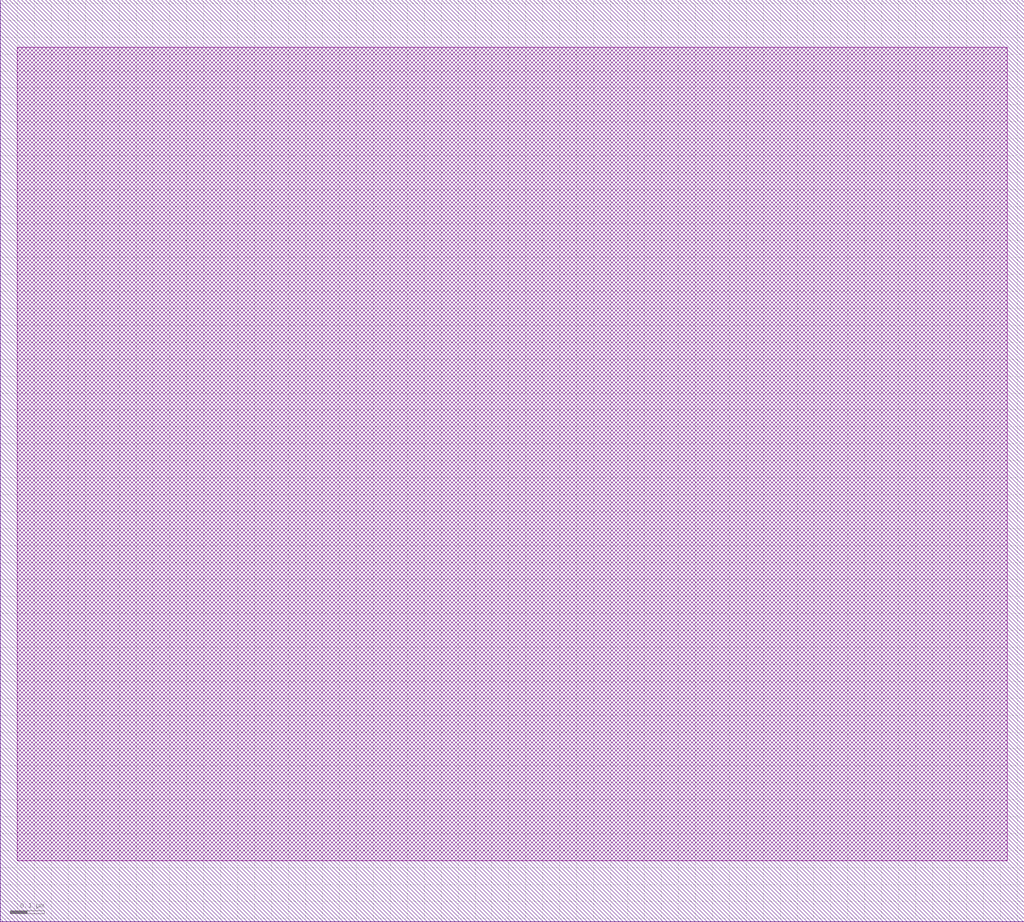
<source format=lef>
VERSION 5.7 ;
  NOWIREEXTENSIONATPIN ON ;
  DIVIDERCHAR "/" ;
  BUSBITCHARS "[]" ;
UNITS
  DATABASE MICRONS 200 ;
END UNITS

LAYER via2
  TYPE CUT ;
END via2

LAYER via
  TYPE CUT ;
END via

LAYER nwell
  TYPE MASTERSLICE ;
END nwell

LAYER via3
  TYPE CUT ;
END via3

LAYER pwell
  TYPE MASTERSLICE ;
END pwell

LAYER via4
  TYPE CUT ;
END via4

LAYER mcon
  TYPE CUT ;
END mcon

LAYER met6
  TYPE ROUTING ;
  WIDTH 0.030000 ;
  SPACING 0.040000 ;
  DIRECTION HORIZONTAL ;
END met6

LAYER met1
  TYPE ROUTING ;
  WIDTH 0.140000 ;
  SPACING 0.140000 ;
  DIRECTION HORIZONTAL ;
END met1

LAYER met3
  TYPE ROUTING ;
  WIDTH 0.300000 ;
  SPACING 0.300000 ;
  DIRECTION HORIZONTAL ;
END met3

LAYER met2
  TYPE ROUTING ;
  WIDTH 0.140000 ;
  SPACING 0.140000 ;
  DIRECTION HORIZONTAL ;
END met2

LAYER met4
  TYPE ROUTING ;
  WIDTH 0.300000 ;
  SPACING 0.300000 ;
  DIRECTION HORIZONTAL ;
END met4

LAYER met5
  TYPE ROUTING ;
  WIDTH 1.600000 ;
  SPACING 1.600000 ;
  DIRECTION HORIZONTAL ;
END met5

LAYER li1
  TYPE ROUTING ;
  WIDTH 0.170000 ;
  SPACING 0.170000 ;
  DIRECTION HORIZONTAL ;
END li1

MACRO sky130_hilas_nFETLargePart1
  CLASS BLOCK ;
  FOREIGN sky130_hilas_nFETLargePart1 ;
  ORIGIN 1.650 0.310 ;
  SIZE 3.020 BY 2.720 ;
  OBS
      LAYER li1 ;
        RECT -1.600 -0.130 1.320 2.270 ;
  END
END sky130_hilas_nFETLargePart1
END LIBRARY


</source>
